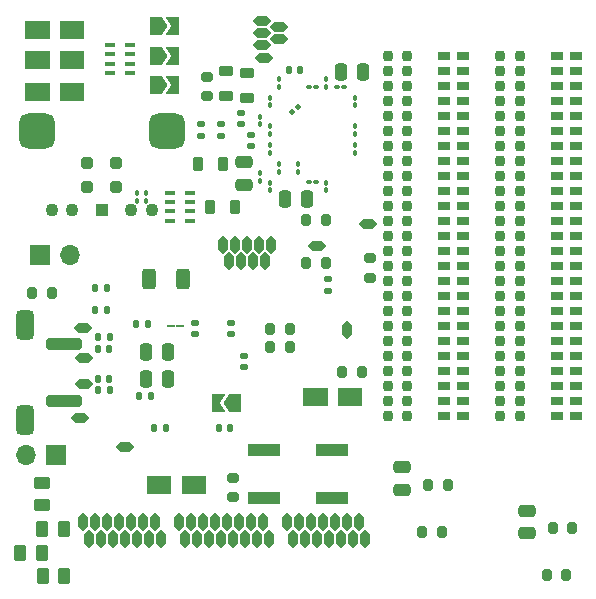
<source format=gbs>
%TF.GenerationSoftware,KiCad,Pcbnew,7.0.10*%
%TF.CreationDate,2024-04-14T10:11:17-07:00*%
%TF.ProjectId,ez_usb_dev_board,657a5f75-7362-45f6-9465-765f626f6172,rev?*%
%TF.SameCoordinates,Original*%
%TF.FileFunction,Soldermask,Bot*%
%TF.FilePolarity,Negative*%
%FSLAX46Y46*%
G04 Gerber Fmt 4.6, Leading zero omitted, Abs format (unit mm)*
G04 Created by KiCad (PCBNEW 7.0.10) date 2024-04-14 10:11:17*
%MOMM*%
%LPD*%
G01*
G04 APERTURE LIST*
G04 Aperture macros list*
%AMRoundRect*
0 Rectangle with rounded corners*
0 $1 Rounding radius*
0 $2 $3 $4 $5 $6 $7 $8 $9 X,Y pos of 4 corners*
0 Add a 4 corners polygon primitive as box body*
4,1,4,$2,$3,$4,$5,$6,$7,$8,$9,$2,$3,0*
0 Add four circle primitives for the rounded corners*
1,1,$1+$1,$2,$3*
1,1,$1+$1,$4,$5*
1,1,$1+$1,$6,$7*
1,1,$1+$1,$8,$9*
0 Add four rect primitives between the rounded corners*
20,1,$1+$1,$2,$3,$4,$5,0*
20,1,$1+$1,$4,$5,$6,$7,0*
20,1,$1+$1,$6,$7,$8,$9,0*
20,1,$1+$1,$8,$9,$2,$3,0*%
%AMFreePoly0*
4,1,15,-0.584200,0.000000,0.000000,0.584200,0.350520,0.584200,0.439945,0.566412,0.515757,0.515757,0.566412,0.439945,0.584200,0.350520,0.584200,0.000000,0.000000,-0.584200,-0.350520,-0.584200,-0.439945,-0.566412,-0.515757,-0.515757,-0.566412,-0.439945,-0.584200,-0.350520,-0.584200,0.000000,-0.584200,0.000000,$1*%
%AMFreePoly1*
4,1,15,-0.584200,0.350520,-0.566412,0.439945,-0.515757,0.515757,-0.439945,0.566412,-0.350520,0.584200,0.000000,0.584200,0.584200,0.000000,0.584200,-0.350520,0.566412,-0.439945,0.515757,-0.515757,0.439945,-0.566412,0.350520,-0.584200,0.000000,-0.584200,-0.584200,0.000000,-0.584200,0.350520,-0.584200,0.350520,$1*%
%AMFreePoly2*
4,1,6,1.000000,0.000000,0.500000,-0.750000,-0.500000,-0.750000,-0.500000,0.750000,0.500000,0.750000,1.000000,0.000000,1.000000,0.000000,$1*%
%AMFreePoly3*
4,1,6,0.500000,-0.750000,-0.650000,-0.750000,-0.150000,0.000000,-0.650000,0.750000,0.500000,0.750000,0.500000,-0.750000,0.500000,-0.750000,$1*%
G04 Aperture macros list end*
%ADD10FreePoly0,135.000000*%
%ADD11R,1.100000X0.750000*%
%ADD12RoundRect,0.187500X-0.362500X-0.187500X0.362500X-0.187500X0.362500X0.187500X-0.362500X0.187500X0*%
%ADD13RoundRect,0.187500X0.362500X0.187500X-0.362500X0.187500X-0.362500X-0.187500X0.362500X-0.187500X0*%
%ADD14RoundRect,0.250000X-0.250000X0.250000X-0.250000X-0.250000X0.250000X-0.250000X0.250000X0.250000X0*%
%ADD15RoundRect,0.250000X0.250000X-0.250000X0.250000X0.250000X-0.250000X0.250000X-0.250000X-0.250000X0*%
%ADD16C,1.100000*%
%ADD17RoundRect,0.275000X-0.275000X-0.275000X0.275000X-0.275000X0.275000X0.275000X-0.275000X0.275000X0*%
%ADD18RoundRect,0.750000X0.750000X-0.750000X0.750000X0.750000X-0.750000X0.750000X-0.750000X-0.750000X0*%
%ADD19RoundRect,0.750000X-0.750000X0.750000X-0.750000X-0.750000X0.750000X-0.750000X0.750000X0.750000X0*%
%ADD20FreePoly0,45.000000*%
%ADD21R,1.700000X1.700000*%
%ADD22O,1.700000X1.700000*%
%ADD23FreePoly0,225.000000*%
%ADD24R,0.900000X0.400000*%
%ADD25FreePoly0,315.000000*%
%ADD26FreePoly1,135.000000*%
%ADD27RoundRect,0.375000X0.375000X-0.875000X0.375000X0.875000X-0.375000X0.875000X-0.375000X-0.875000X0*%
%ADD28RoundRect,0.200000X-1.300000X0.300000X-1.300000X-0.300000X1.300000X-0.300000X1.300000X0.300000X0*%
%ADD29RoundRect,0.375000X-0.375000X0.875000X-0.375000X-0.875000X0.375000X-0.875000X0.375000X0.875000X0*%
%ADD30RoundRect,0.140000X-0.140000X-0.170000X0.140000X-0.170000X0.140000X0.170000X-0.140000X0.170000X0*%
%ADD31RoundRect,0.100000X-0.100000X0.130000X-0.100000X-0.130000X0.100000X-0.130000X0.100000X0.130000X0*%
%ADD32RoundRect,0.200000X0.200000X0.219100X-0.200000X0.219100X-0.200000X-0.219100X0.200000X-0.219100X0*%
%ADD33RoundRect,0.250000X-0.475000X0.250000X-0.475000X-0.250000X0.475000X-0.250000X0.475000X0.250000X0*%
%ADD34R,1.500000X1.500000*%
%ADD35FreePoly2,180.000000*%
%ADD36FreePoly2,0.000000*%
%ADD37FreePoly1,315.000000*%
%ADD38FreePoly3,0.000000*%
%ADD39RoundRect,0.100000X0.100000X-0.130000X0.100000X0.130000X-0.100000X0.130000X-0.100000X-0.130000X0*%
%ADD40RoundRect,0.140000X0.140000X0.170000X-0.140000X0.170000X-0.140000X-0.170000X0.140000X-0.170000X0*%
%ADD41RoundRect,0.200000X0.200000X0.275000X-0.200000X0.275000X-0.200000X-0.275000X0.200000X-0.275000X0*%
%ADD42RoundRect,0.200000X-0.200000X-0.275000X0.200000X-0.275000X0.200000X0.275000X-0.200000X0.275000X0*%
%ADD43RoundRect,0.250000X-0.250000X-0.475000X0.250000X-0.475000X0.250000X0.475000X-0.250000X0.475000X0*%
%ADD44RoundRect,0.250000X-0.262500X-0.450000X0.262500X-0.450000X0.262500X0.450000X-0.262500X0.450000X0*%
%ADD45RoundRect,0.250000X0.450000X-0.262500X0.450000X0.262500X-0.450000X0.262500X-0.450000X-0.262500X0*%
%ADD46FreePoly1,225.000000*%
%ADD47RoundRect,0.147500X-0.147500X-0.172500X0.147500X-0.172500X0.147500X0.172500X-0.147500X0.172500X0*%
%ADD48RoundRect,0.140000X0.170000X-0.140000X0.170000X0.140000X-0.170000X0.140000X-0.170000X-0.140000X0*%
%ADD49RoundRect,0.100000X0.021213X0.162635X-0.162635X-0.021213X-0.021213X-0.162635X0.162635X0.021213X0*%
%ADD50R,0.762000X0.203200*%
%ADD51RoundRect,0.140000X-0.170000X0.140000X-0.170000X-0.140000X0.170000X-0.140000X0.170000X0.140000X0*%
%ADD52RoundRect,0.100000X-0.130000X-0.100000X0.130000X-0.100000X0.130000X0.100000X-0.130000X0.100000X0*%
%ADD53RoundRect,0.250000X-0.312500X-0.625000X0.312500X-0.625000X0.312500X0.625000X-0.312500X0.625000X0*%
%ADD54RoundRect,0.250000X0.262500X0.450000X-0.262500X0.450000X-0.262500X-0.450000X0.262500X-0.450000X0*%
%ADD55RoundRect,0.218750X0.218750X0.381250X-0.218750X0.381250X-0.218750X-0.381250X0.218750X-0.381250X0*%
%ADD56RoundRect,0.250000X0.475000X-0.250000X0.475000X0.250000X-0.475000X0.250000X-0.475000X-0.250000X0*%
%ADD57RoundRect,0.200000X-0.275000X0.200000X-0.275000X-0.200000X0.275000X-0.200000X0.275000X0.200000X0*%
%ADD58FreePoly1,45.000000*%
%ADD59RoundRect,0.218750X-0.218750X-0.381250X0.218750X-0.381250X0.218750X0.381250X-0.218750X0.381250X0*%
%ADD60RoundRect,0.218750X-0.381250X0.218750X-0.381250X-0.218750X0.381250X-0.218750X0.381250X0.218750X0*%
%ADD61FreePoly3,180.000000*%
%ADD62RoundRect,0.250000X0.250000X0.475000X-0.250000X0.475000X-0.250000X-0.475000X0.250000X-0.475000X0*%
%ADD63R,2.750000X1.000000*%
G04 APERTURE END LIST*
D10*
%TO.C,CTL8*%
X215623153Y-63169800D03*
%TD*%
D11*
%TO.C,J2*%
X231615000Y-48895000D03*
D12*
X233205000Y-48895000D03*
D13*
X231615000Y-50165000D03*
D12*
X233205000Y-50165000D03*
D13*
X231615000Y-51435000D03*
D12*
X233205000Y-51435000D03*
D13*
X231615000Y-52705000D03*
D12*
X233205000Y-52705000D03*
D13*
X231615000Y-53975000D03*
D12*
X233205000Y-53975000D03*
D13*
X231615000Y-55245000D03*
D12*
X233205000Y-55245000D03*
D13*
X231615000Y-56515000D03*
D12*
X233205000Y-56515000D03*
D13*
X231615000Y-57785000D03*
D12*
X233205000Y-57785000D03*
D13*
X231615000Y-59055000D03*
D12*
X233205000Y-59055000D03*
D13*
X231615000Y-60325000D03*
D12*
X233205000Y-60325000D03*
D13*
X231615000Y-61595000D03*
D12*
X233205000Y-61595000D03*
D13*
X231615000Y-62865000D03*
D12*
X233205000Y-62865000D03*
D13*
X231615000Y-64135000D03*
D12*
X233205000Y-64135000D03*
D13*
X231615000Y-65405000D03*
D12*
X233205000Y-65405000D03*
D13*
X231615000Y-66675000D03*
D12*
X233205000Y-66675000D03*
D13*
X231615000Y-67945000D03*
D12*
X233205000Y-67945000D03*
D13*
X231615000Y-69215000D03*
D12*
X233205000Y-69215000D03*
D13*
X231615000Y-70485000D03*
D12*
X233205000Y-70485000D03*
D13*
X231615000Y-71755000D03*
D12*
X233205000Y-71755000D03*
D13*
X231615000Y-73025000D03*
D12*
X233205000Y-73025000D03*
D13*
X231615000Y-74295000D03*
D12*
X233205000Y-74295000D03*
D13*
X231615000Y-75565000D03*
D12*
X233205000Y-75565000D03*
D13*
X231615000Y-76835000D03*
D12*
X233205000Y-76835000D03*
D13*
X231615000Y-78105000D03*
D12*
X233205000Y-78105000D03*
D13*
X231615000Y-79375000D03*
D12*
X233205000Y-79375000D03*
%TD*%
D11*
%TO.C,J1*%
X222090000Y-48895000D03*
D12*
X223680000Y-48895000D03*
D13*
X222090000Y-50165000D03*
D12*
X223680000Y-50165000D03*
D13*
X222090000Y-51435000D03*
D12*
X223680000Y-51435000D03*
D13*
X222090000Y-52705000D03*
D12*
X223680000Y-52705000D03*
D13*
X222090000Y-53975000D03*
D12*
X223680000Y-53975000D03*
D13*
X222090000Y-55245000D03*
D12*
X223680000Y-55245000D03*
D13*
X222090000Y-56515000D03*
D12*
X223680000Y-56515000D03*
D13*
X222090000Y-57785000D03*
D12*
X223680000Y-57785000D03*
D13*
X222090000Y-59055000D03*
D12*
X223680000Y-59055000D03*
D13*
X222090000Y-60325000D03*
D12*
X223680000Y-60325000D03*
D13*
X222090000Y-61595000D03*
D12*
X223680000Y-61595000D03*
D13*
X222090000Y-62865000D03*
D12*
X223680000Y-62865000D03*
D13*
X222090000Y-64135000D03*
D12*
X223680000Y-64135000D03*
D13*
X222090000Y-65405000D03*
D12*
X223680000Y-65405000D03*
D13*
X222090000Y-66675000D03*
D12*
X223680000Y-66675000D03*
D13*
X222090000Y-67945000D03*
D12*
X223680000Y-67945000D03*
D13*
X222090000Y-69215000D03*
D12*
X223680000Y-69215000D03*
D13*
X222090000Y-70485000D03*
D12*
X223680000Y-70485000D03*
D13*
X222090000Y-71755000D03*
D12*
X223680000Y-71755000D03*
D13*
X222090000Y-73025000D03*
D12*
X223680000Y-73025000D03*
D13*
X222090000Y-74295000D03*
D12*
X223680000Y-74295000D03*
D13*
X222090000Y-75565000D03*
D12*
X223680000Y-75565000D03*
D13*
X222090000Y-76835000D03*
D12*
X223680000Y-76835000D03*
D13*
X222090000Y-78105000D03*
D12*
X223680000Y-78105000D03*
D13*
X222090000Y-79375000D03*
D12*
X223680000Y-79375000D03*
%TD*%
D14*
%TO.C,USB3_B1*%
X191830000Y-60010000D03*
D15*
X194320000Y-60010000D03*
X194320000Y-58010000D03*
D14*
X191830000Y-58020000D03*
D16*
X197320000Y-62010000D03*
X195570000Y-62010000D03*
D17*
X193070000Y-62010000D03*
D16*
X190570000Y-62010000D03*
X188820000Y-62010000D03*
D18*
X198600000Y-55300000D03*
D19*
X187600000Y-55300000D03*
%TD*%
D20*
%TO.C,BDBUS4*%
X206756000Y-88394553D03*
%TD*%
%TO.C,ACBUS6*%
X202692000Y-88392000D03*
%TD*%
%TO.C,BCBUS2*%
X211836000Y-88394553D03*
%TD*%
D10*
%TO.C,TPD-1*%
X191548553Y-74500000D03*
%TD*%
D20*
%TO.C,BCBUS6*%
X214884000Y-88421553D03*
%TD*%
%TO.C,ACBUS4*%
X200660000Y-88394553D03*
%TD*%
D21*
%TO.C,V5_SEL_MICRO1*%
X189235000Y-82726000D03*
D22*
X186695000Y-82726000D03*
%TD*%
D23*
%TO.C,ACBUS3*%
X200152000Y-89789000D03*
%TD*%
D24*
%TO.C,RN2*%
X200550000Y-62900000D03*
X200550000Y-62100000D03*
X200550000Y-61300000D03*
X200550000Y-60500000D03*
X198850000Y-60500000D03*
X198850000Y-61300000D03*
X198850000Y-62100000D03*
X198850000Y-62900000D03*
%TD*%
D23*
%TO.C,BDBUS5*%
X207264000Y-89786447D03*
%TD*%
%TO.C,3V3_9*%
X214376000Y-89813447D03*
%TD*%
%TO.C,BCBUS7*%
X215392000Y-89813447D03*
%TD*%
%TO.C,GND10*%
X210312000Y-89786447D03*
%TD*%
%TO.C,GND5*%
X195072000Y-89786447D03*
%TD*%
D20*
%TO.C,WC1*%
X213868000Y-72138553D03*
%TD*%
%TO.C,ADBUS5*%
X195580000Y-88394553D03*
%TD*%
%TO.C,ACBUS2*%
X199644000Y-88394553D03*
%TD*%
D23*
%TO.C,BDBUS7*%
X209296000Y-89786447D03*
%TD*%
D20*
%TO.C,ADBUS0*%
X191516000Y-88392000D03*
%TD*%
D23*
%TO.C,3V3_3*%
X202184000Y-89786447D03*
%TD*%
%TO.C,GND3*%
X192024000Y-89786447D03*
%TD*%
D20*
%TO.C,ACBUS0*%
X197612000Y-88394553D03*
%TD*%
D23*
%TO.C,GND11*%
X213360000Y-89813447D03*
%TD*%
D21*
%TO.C,V5_SEL_3.0B1*%
X187825000Y-65800000D03*
D22*
X190365000Y-65800000D03*
%TD*%
D23*
%TO.C,GND7*%
X201168000Y-89786447D03*
%TD*%
D20*
%TO.C,BDBUS0*%
X203708000Y-88394553D03*
%TD*%
D23*
%TO.C,3V3_6*%
X193040000Y-89786447D03*
%TD*%
D25*
%TO.C,CIN1*%
X206800000Y-49100000D03*
%TD*%
D23*
%TO.C,ACBUS1*%
X198120000Y-89786447D03*
%TD*%
D20*
%TO.C,ACBUS5*%
X201676000Y-88394553D03*
%TD*%
D23*
%TO.C,3V3_8*%
X211328000Y-89786447D03*
%TD*%
D10*
%TO.C,OTG_ID1*%
X206654106Y-45976000D03*
%TD*%
D20*
%TO.C,ADBUS2*%
X193548000Y-88394553D03*
%TD*%
%TO.C,BCBUS5*%
X213868000Y-88421553D03*
%TD*%
%TO.C,BCBUS0*%
X209804000Y-88394553D03*
%TD*%
D23*
%TO.C,3V3_1*%
X196088000Y-89786447D03*
%TD*%
%TO.C,3V3_4*%
X206248000Y-89786447D03*
%TD*%
%TO.C,ADBUS7*%
X197104000Y-89786447D03*
%TD*%
D10*
%TO.C,3V3_10*%
X208048553Y-47500000D03*
%TD*%
D20*
%TO.C,BCBUS1*%
X210820000Y-88394553D03*
%TD*%
%TO.C,ADBUS4*%
X194564000Y-88394553D03*
%TD*%
%TO.C,ADBUS6*%
X196596000Y-88394553D03*
%TD*%
D10*
%TO.C,TPD+1*%
X191548553Y-76700000D03*
%TD*%
D20*
%TO.C,BDBUS3*%
X205740000Y-88394553D03*
%TD*%
%TO.C,BCBUS4*%
X212852000Y-88421553D03*
%TD*%
D23*
%TO.C,BDBUS1*%
X204216000Y-89786447D03*
%TD*%
D20*
%TO.C,ADBUS1*%
X192532000Y-88394553D03*
%TD*%
D23*
%TO.C,BCBUS3*%
X212344000Y-89786447D03*
%TD*%
D25*
%TO.C,CS1*%
X211325447Y-65024000D03*
%TD*%
D10*
%TO.C,O60*%
X208051106Y-46484000D03*
%TD*%
D23*
%TO.C,ADBUS3*%
X194056000Y-89786447D03*
%TD*%
%TO.C,ACBUS7*%
X203200000Y-89786447D03*
%TD*%
D10*
%TO.C,CK32*%
X206654106Y-46992000D03*
%TD*%
D26*
%TO.C,INT1*%
X203327000Y-64899553D03*
%TD*%
D20*
%TO.C,BDBUS2*%
X204724000Y-88394553D03*
%TD*%
D23*
%TO.C,GND8*%
X205232000Y-89786447D03*
%TD*%
D27*
%TO.C,MICRO_USB1*%
X186540000Y-71750000D03*
D28*
X189840000Y-73350000D03*
X189840000Y-78150000D03*
D29*
X186540000Y-79750000D03*
%TD*%
D10*
%TO.C,GND2*%
X206654106Y-48008000D03*
%TD*%
D20*
%TO.C,BDBUS6*%
X208788000Y-88394553D03*
%TD*%
D30*
%TO.C,U1C0_7*%
X196270000Y-77750000D03*
X197230000Y-77750000D03*
%TD*%
D31*
%TO.C,C9*%
X207300000Y-52480000D03*
X207300000Y-53120000D03*
%TD*%
D32*
%TO.C,R65*%
X218947500Y-51435000D03*
X217297500Y-51435000D03*
%TD*%
D33*
%TO.C,C21*%
X205100000Y-57950000D03*
X205100000Y-59850000D03*
%TD*%
D34*
%TO.C,PMOD_2*%
X190300000Y-52000000D03*
X187900000Y-52000000D03*
D35*
X191100000Y-52000000D03*
D36*
X187100000Y-52000000D03*
%TD*%
D37*
%TO.C,TDO1*%
X205867000Y-66294000D03*
%TD*%
D32*
%TO.C,R98*%
X228472500Y-61595000D03*
X226822500Y-61595000D03*
%TD*%
D37*
%TO.C,IO45*%
X203835000Y-66294000D03*
%TD*%
D31*
%TO.C,C20*%
X206500000Y-58880000D03*
X206500000Y-59520000D03*
%TD*%
D32*
%TO.C,R89*%
X228472500Y-50165000D03*
X226822500Y-50165000D03*
%TD*%
D36*
%TO.C,FSLC_2*%
X197675000Y-51400000D03*
D38*
X199125000Y-51400000D03*
%TD*%
D26*
%TO.C,3V3_7*%
X205359000Y-64902106D03*
%TD*%
D32*
%TO.C,R84*%
X218947500Y-75565000D03*
X217297500Y-75565000D03*
%TD*%
D39*
%TO.C,C31*%
X214500000Y-53120000D03*
X214500000Y-52480000D03*
%TD*%
D32*
%TO.C,R99*%
X228472500Y-62865000D03*
X226822500Y-62865000D03*
%TD*%
%TO.C,R103*%
X228472500Y-67945000D03*
X226822500Y-67945000D03*
%TD*%
D40*
%TO.C,C3*%
X193480000Y-68600000D03*
X192520000Y-68600000D03*
%TD*%
D24*
%TO.C,RN1*%
X195500000Y-48000000D03*
X195500000Y-48800000D03*
X195500000Y-49600000D03*
X195500000Y-50400000D03*
X193800000Y-50400000D03*
X193800000Y-49600000D03*
X193800000Y-48800000D03*
X193800000Y-48000000D03*
%TD*%
D32*
%TO.C,R70*%
X218947500Y-57785000D03*
X217297500Y-57785000D03*
%TD*%
D41*
%TO.C,R6*%
X222361000Y-85255000D03*
X220711000Y-85255000D03*
%TD*%
D32*
%TO.C,R96*%
X228472500Y-59055000D03*
X226822500Y-59055000D03*
%TD*%
D42*
%TO.C,R119*%
X207328000Y-72009000D03*
X208978000Y-72009000D03*
%TD*%
D43*
%TO.C,C26*%
X208550000Y-61000000D03*
X210450000Y-61000000D03*
%TD*%
D44*
%TO.C,R12*%
X188087500Y-93000000D03*
X189912500Y-93000000D03*
%TD*%
D45*
%TO.C,R10*%
X188000000Y-86912500D03*
X188000000Y-85087500D03*
%TD*%
D46*
%TO.C,GND1*%
X191200000Y-79600000D03*
%TD*%
D32*
%TO.C,R72*%
X218947500Y-60325000D03*
X217297500Y-60325000D03*
%TD*%
%TO.C,R93*%
X228472500Y-55245000D03*
X226822500Y-55245000D03*
%TD*%
D47*
%TO.C,L1*%
X192765000Y-72750000D03*
X193735000Y-72750000D03*
%TD*%
D32*
%TO.C,R105*%
X228472500Y-70485000D03*
X226822500Y-70485000D03*
%TD*%
D41*
%TO.C,R4*%
X221861000Y-89255000D03*
X220211000Y-89255000D03*
%TD*%
D31*
%TO.C,C14*%
X208100000Y-58080000D03*
X208100000Y-58720000D03*
%TD*%
D48*
%TO.C,U3C0_1*%
X212217000Y-68806000D03*
X212217000Y-67846000D03*
%TD*%
D49*
%TO.C,C16*%
X209652548Y-53247452D03*
X209200000Y-53700000D03*
%TD*%
D26*
%TO.C,TCK1*%
X204343000Y-64897000D03*
%TD*%
D34*
%TO.C,PMOD_1*%
X190300000Y-49300000D03*
X187900000Y-49300000D03*
D35*
X191100000Y-49300000D03*
D36*
X187100000Y-49300000D03*
%TD*%
D31*
%TO.C,C12*%
X214500000Y-56480000D03*
X214500000Y-57120000D03*
%TD*%
D32*
%TO.C,R71*%
X218947500Y-59055000D03*
X217297500Y-59055000D03*
%TD*%
D42*
%TO.C,R115*%
X207328000Y-73533000D03*
X208978000Y-73533000D03*
%TD*%
D37*
%TO.C,TDI1*%
X204851000Y-66294000D03*
%TD*%
D30*
%TO.C,U1C0_4*%
X202974000Y-80391000D03*
X203934000Y-80391000D03*
%TD*%
D32*
%TO.C,R90*%
X228472500Y-51435000D03*
X226822500Y-51435000D03*
%TD*%
%TO.C,R88*%
X228472500Y-48895000D03*
X226822500Y-48895000D03*
%TD*%
D40*
%TO.C,C4*%
X193480000Y-70400000D03*
X192520000Y-70400000D03*
%TD*%
D50*
%TO.C,NT7*%
X198919000Y-71800000D03*
X199681000Y-71800000D03*
%TD*%
D32*
%TO.C,R79*%
X218947500Y-69215000D03*
X217297500Y-69215000D03*
%TD*%
%TO.C,R94*%
X228472500Y-56515000D03*
X226822500Y-56515000D03*
%TD*%
D34*
%TO.C,RST_PUL1*%
X200590000Y-85217000D03*
X198190000Y-85217000D03*
D35*
X201390000Y-85217000D03*
D36*
X197390000Y-85217000D03*
%TD*%
D31*
%TO.C,C28*%
X209700000Y-58080000D03*
X209700000Y-58720000D03*
%TD*%
D32*
%TO.C,R92*%
X228472500Y-53975000D03*
X226822500Y-53975000D03*
%TD*%
D41*
%TO.C,R2*%
X232412500Y-92900000D03*
X230762500Y-92900000D03*
%TD*%
D32*
%TO.C,R102*%
X228472500Y-66675000D03*
X226822500Y-66675000D03*
%TD*%
D36*
%TO.C,FSLC_1*%
X197675000Y-48900000D03*
D38*
X199125000Y-48900000D03*
%TD*%
D51*
%TO.C,C18*%
X204900000Y-53720000D03*
X204900000Y-54680000D03*
%TD*%
D52*
%TO.C,C13*%
X212980000Y-51600000D03*
X213620000Y-51600000D03*
%TD*%
D43*
%TO.C,C8*%
X213300000Y-50250000D03*
X215200000Y-50250000D03*
%TD*%
D53*
%TO.C,R8*%
X197037500Y-67850000D03*
X199962500Y-67850000D03*
%TD*%
D37*
%TO.C,TMS1*%
X206883000Y-66294000D03*
%TD*%
D32*
%TO.C,R73*%
X218947500Y-61595000D03*
X217297500Y-61595000D03*
%TD*%
D46*
%TO.C,ID1*%
X191448553Y-72000000D03*
%TD*%
D48*
%TO.C,U1C0_11*%
X204000000Y-72480000D03*
X204000000Y-71520000D03*
%TD*%
D31*
%TO.C,C15*%
X212100000Y-59680000D03*
X212100000Y-60320000D03*
%TD*%
D36*
%TO.C,FSLC_0*%
X197675000Y-46400000D03*
D38*
X199125000Y-46400000D03*
%TD*%
D32*
%TO.C,R76*%
X218947500Y-65405000D03*
X217297500Y-65405000D03*
%TD*%
%TO.C,R81*%
X218947500Y-71755000D03*
X217297500Y-71755000D03*
%TD*%
%TO.C,R91*%
X228472500Y-52705000D03*
X226822500Y-52705000D03*
%TD*%
D54*
%TO.C,R9*%
X189865000Y-89000000D03*
X188040000Y-89000000D03*
%TD*%
D34*
%TO.C,PMOD_0*%
X190300000Y-46700000D03*
X187900000Y-46700000D03*
D35*
X191100000Y-46700000D03*
D36*
X187100000Y-46700000D03*
%TD*%
D55*
%TO.C,L7*%
X204362500Y-61700000D03*
X202237500Y-61700000D03*
%TD*%
D32*
%TO.C,R87*%
X218947500Y-79375000D03*
X217297500Y-79375000D03*
%TD*%
D31*
%TO.C,C22*%
X207300000Y-56480000D03*
X207300000Y-57120000D03*
%TD*%
D32*
%TO.C,R97*%
X228472500Y-60325000D03*
X226822500Y-60325000D03*
%TD*%
D30*
%TO.C,U1C0_9*%
X192770000Y-73750000D03*
X193730000Y-73750000D03*
%TD*%
D41*
%TO.C,R114*%
X212025000Y-62800000D03*
X210375000Y-62800000D03*
%TD*%
D39*
%TO.C,C27*%
X208100000Y-51520000D03*
X208100000Y-50880000D03*
%TD*%
D32*
%TO.C,R85*%
X218947500Y-76835000D03*
X217297500Y-76835000D03*
%TD*%
D54*
%TO.C,R11*%
X188000000Y-91000000D03*
X186175000Y-91000000D03*
%TD*%
D56*
%TO.C,IC2_C1_1*%
X229087500Y-89350000D03*
X229087500Y-87450000D03*
%TD*%
D32*
%TO.C,R100*%
X228472500Y-64135000D03*
X226822500Y-64135000D03*
%TD*%
D57*
%TO.C,R113*%
X202003000Y-50684000D03*
X202003000Y-52334000D03*
%TD*%
D32*
%TO.C,R77*%
X218947500Y-66675000D03*
X217297500Y-66675000D03*
%TD*%
D41*
%TO.C,R117*%
X212026000Y-66421000D03*
X210376000Y-66421000D03*
%TD*%
D30*
%TO.C,U1C0_3*%
X197513000Y-80391000D03*
X198473000Y-80391000D03*
%TD*%
D39*
%TO.C,C32*%
X196070000Y-61210000D03*
X196070000Y-60570000D03*
%TD*%
D52*
%TO.C,C10*%
X210580000Y-51600000D03*
X211220000Y-51600000D03*
%TD*%
D32*
%TO.C,R63*%
X218947500Y-48895000D03*
X217297500Y-48895000D03*
%TD*%
%TO.C,R69*%
X218947500Y-56515000D03*
X217297500Y-56515000D03*
%TD*%
D30*
%TO.C,U1C0_10*%
X192770000Y-76250000D03*
X193730000Y-76250000D03*
%TD*%
D32*
%TO.C,R108*%
X228472500Y-74295000D03*
X226822500Y-74295000D03*
%TD*%
D57*
%TO.C,R120*%
X204216000Y-84646000D03*
X204216000Y-86296000D03*
%TD*%
D58*
%TO.C,ft_nrst1*%
X195051447Y-82000000D03*
%TD*%
D34*
%TO.C,RST_SHRT1*%
X211438800Y-77831100D03*
X213838800Y-77831100D03*
D36*
X210638800Y-77831100D03*
D35*
X214638800Y-77831100D03*
%TD*%
D32*
%TO.C,R107*%
X228472500Y-73025000D03*
X226822500Y-73025000D03*
%TD*%
%TO.C,R68*%
X218947500Y-55245000D03*
X217297500Y-55245000D03*
%TD*%
D59*
%TO.C,L6*%
X201237500Y-58100000D03*
X203362500Y-58100000D03*
%TD*%
D60*
%TO.C,L8*%
X205359000Y-52497500D03*
X205359000Y-50372500D03*
%TD*%
D30*
%TO.C,C5*%
X208889000Y-50112000D03*
X209849000Y-50112000D03*
%TD*%
D60*
%TO.C,L5*%
X203600000Y-50192500D03*
X203600000Y-52317500D03*
%TD*%
D32*
%TO.C,R67*%
X218947500Y-53975000D03*
X217297500Y-53975000D03*
%TD*%
D26*
%TO.C,TRST1*%
X207391000Y-64902106D03*
%TD*%
D32*
%TO.C,R112*%
X228472500Y-79375000D03*
X226822500Y-79375000D03*
%TD*%
D35*
%TO.C,TEST1*%
X204350000Y-78300000D03*
D61*
X202900000Y-78300000D03*
%TD*%
D48*
%TO.C,U1C0_1*%
X201000000Y-72480000D03*
X201000000Y-71520000D03*
%TD*%
D32*
%TO.C,R80*%
X218947500Y-70485000D03*
X217297500Y-70485000D03*
%TD*%
%TO.C,R111*%
X228472500Y-78105000D03*
X226822500Y-78105000D03*
%TD*%
D42*
%TO.C,R116*%
X213424000Y-75692000D03*
X215074000Y-75692000D03*
%TD*%
D39*
%TO.C,C17*%
X206500000Y-54720000D03*
X206500000Y-54080000D03*
%TD*%
D47*
%TO.C,L2*%
X192765000Y-77250000D03*
X193735000Y-77250000D03*
%TD*%
D52*
%TO.C,C29*%
X210580000Y-59600000D03*
X211220000Y-59600000D03*
%TD*%
D41*
%TO.C,R1*%
X232912500Y-88900000D03*
X231262500Y-88900000D03*
%TD*%
D32*
%TO.C,R110*%
X228472500Y-76835000D03*
X226822500Y-76835000D03*
%TD*%
%TO.C,R64*%
X218947500Y-50165000D03*
X217297500Y-50165000D03*
%TD*%
D41*
%TO.C,R7*%
X188825000Y-69000000D03*
X187175000Y-69000000D03*
%TD*%
D48*
%TO.C,C24*%
X205700000Y-56580000D03*
X205700000Y-55620000D03*
%TD*%
D62*
%TO.C,U1C1_2*%
X198700000Y-76250000D03*
X196800000Y-76250000D03*
%TD*%
D31*
%TO.C,C23*%
X207300000Y-60320000D03*
X207300000Y-59680000D03*
%TD*%
D32*
%TO.C,R95*%
X228472500Y-57785000D03*
X226822500Y-57785000D03*
%TD*%
%TO.C,R74*%
X218947500Y-62865000D03*
X217297500Y-62865000D03*
%TD*%
D48*
%TO.C,C1*%
X203200000Y-55680000D03*
X203200000Y-54720000D03*
%TD*%
D39*
%TO.C,C30*%
X212100000Y-51520000D03*
X212100000Y-50880000D03*
%TD*%
D32*
%TO.C,R82*%
X218947500Y-73025000D03*
X217297500Y-73025000D03*
%TD*%
D31*
%TO.C,C34*%
X196820000Y-60570000D03*
X196820000Y-61210000D03*
%TD*%
D63*
%TO.C,SW1*%
X212557000Y-82328000D03*
X206797000Y-82328000D03*
X212557000Y-86328000D03*
X206797000Y-86328000D03*
%TD*%
D56*
%TO.C,IC3_C1_3*%
X218536000Y-85655000D03*
X218536000Y-83755000D03*
%TD*%
D51*
%TO.C,U1C0_2*%
X205105000Y-74323000D03*
X205105000Y-75283000D03*
%TD*%
D32*
%TO.C,R86*%
X218947500Y-78105000D03*
X217297500Y-78105000D03*
%TD*%
%TO.C,R78*%
X218947500Y-67945000D03*
X217297500Y-67945000D03*
%TD*%
%TO.C,R106*%
X228472500Y-71755000D03*
X226822500Y-71755000D03*
%TD*%
D39*
%TO.C,C25*%
X207300000Y-55520000D03*
X207300000Y-54880000D03*
%TD*%
D31*
%TO.C,C11*%
X214500000Y-54880000D03*
X214500000Y-55520000D03*
%TD*%
D32*
%TO.C,R83*%
X218947500Y-74295000D03*
X217297500Y-74295000D03*
%TD*%
D48*
%TO.C,C2*%
X201500000Y-55680000D03*
X201500000Y-54720000D03*
%TD*%
D32*
%TO.C,R104*%
X228472500Y-69215000D03*
X226822500Y-69215000D03*
%TD*%
%TO.C,R66*%
X218947500Y-52705000D03*
X217297500Y-52705000D03*
%TD*%
%TO.C,R109*%
X228472500Y-75565000D03*
X226822500Y-75565000D03*
%TD*%
D30*
%TO.C,U1C0_8*%
X195989000Y-71628000D03*
X196949000Y-71628000D03*
%TD*%
D32*
%TO.C,R101*%
X228472500Y-65405000D03*
X226822500Y-65405000D03*
%TD*%
D57*
%TO.C,R118*%
X215773000Y-66041000D03*
X215773000Y-67691000D03*
%TD*%
D32*
%TO.C,R75*%
X218947500Y-64135000D03*
X217297500Y-64135000D03*
%TD*%
D26*
%TO.C,GND4*%
X206375000Y-64902106D03*
%TD*%
D62*
%TO.C,U1C1_1*%
X198700000Y-74000000D03*
X196800000Y-74000000D03*
%TD*%
M02*

</source>
